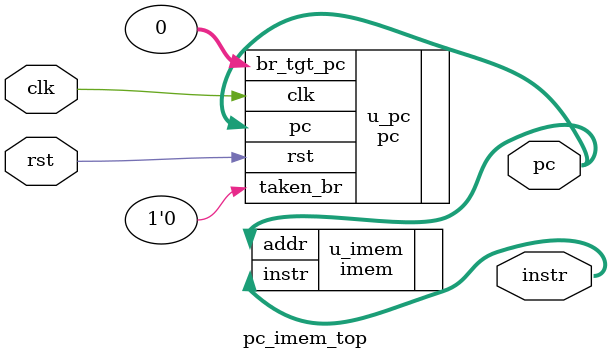
<source format=v>
`timescale 1ns / 1ps


module pc_imem_top(
    input clk,
    input rst,
    output [31:0] pc,
    output [31:0] instr
    );
    
    pc u_pc (
        .clk (clk),
        .rst (rst),
        .taken_br (1'b0),
        .br_tgt_pc (32'b0),
        .pc (pc)
        );
    
    imem u_imem (
        .addr (pc),
        .instr (instr)
        );
endmodule

</source>
